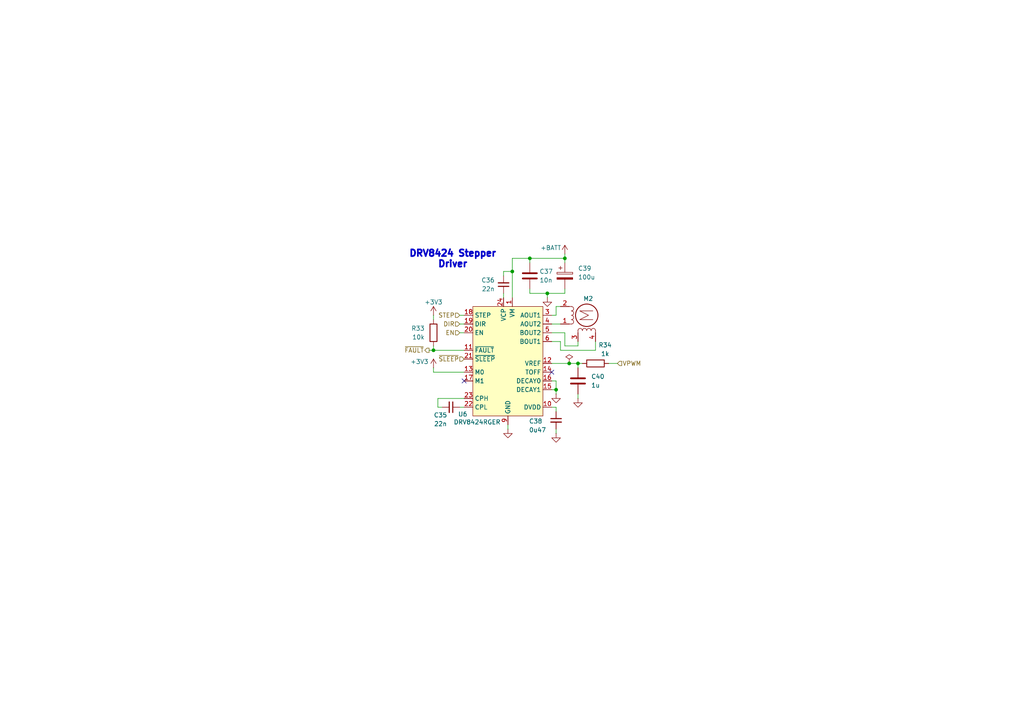
<source format=kicad_sch>
(kicad_sch (version 20250114) (generator "eeschema") (generator_version "9.0")
  (paper "A4")
  (lib_symbols
    (symbol "Device:C" (pin_numbers (hide yes)) (pin_names (offset 0.254))
      (property "Reference" "C" (at 0.635 2.54 0))
      (property "Value" "C" (at 0.635 -2.54 0))
      (symbol "C_0_1"
        (polyline (pts (xy -2.032 0.762) (xy 2.032 0.762)) (stroke (width 0.508)))
        (polyline (pts (xy -2.032 -0.762) (xy 2.032 -0.762)) (stroke (width 0.508)))
      )
      (symbol "C_1_1"
        (pin passive line (at 0 3.81 270) (length 2.794) (name "~") (number "1"))
        (pin passive line (at 0 -3.81 90) (length 2.794) (name "~") (number "2"))
      )
    )
    (symbol "Device:C_Polarized" (pin_numbers (hide yes)) (pin_names (offset 0.254))
      (property "Reference" "C" (at 0.635 2.54 0))
      (property "Value" "C_Polarized" (at 0.635 -2.54 0))
      (symbol "C_Polarized_0_1"
        (rectangle (start -2.286 0.508) (end 2.286 1.016))
        (polyline (pts (xy -1.778 2.286) (xy -0.762 2.286)))
        (polyline (pts (xy -1.27 2.794) (xy -1.27 1.778)))
        (rectangle (start 2.286 -0.508) (end -2.286 -1.016) (fill (type outline)))
      )
      (symbol "C_Polarized_1_1"
        (pin passive line (at 0 3.81 270) (length 2.794) (name "~") (number "1"))
        (pin passive line (at 0 -3.81 90) (length 2.794) (name "~") (number "2"))
      )
    )
    (symbol "Device:C_Small" (pin_numbers (hide yes)) (pin_names (offset 0.254) (hide yes))
      (property "Reference" "C" (at 0.254 1.778 0))
      (property "Value" "C_Small" (at 0.254 -2.032 0))
      (symbol "C_Small_0_1"
        (polyline (pts (xy -1.524 0.508) (xy 1.524 0.508)) (stroke (width 0.3048)))
        (polyline (pts (xy -1.524 -0.508) (xy 1.524 -0.508)) (stroke (width 0.3302)))
      )
      (symbol "C_Small_1_1"
        (pin passive line (at 0 2.54 270) (length 2.032) (name "~") (number "1"))
        (pin passive line (at 0 -2.54 90) (length 2.032) (name "~") (number "2"))
      )
    )
    (symbol "Device:R" (pin_numbers (hide yes)) (pin_names (offset 0))
      (property "Reference" "R" (at 2.032 0 90))
      (property "Value" "R" (at 0 0 90))
      (symbol "R_0_1"
        (rectangle (start -1.016 -2.54) (end 1.016 2.54) (stroke (width 0.254)))
      )
      (symbol "R_1_1"
        (pin passive line (at 0 3.81 270) (length 1.27) (name "~") (number "1"))
        (pin passive line (at 0 -3.81 90) (length 1.27) (name "~") (number "2"))
      )
    )
    (symbol "GLCS:DRV8424RGER"
      (property "Reference" "U" (at 8.89 -14.986 0))
      (property "Value" "DRV8424RGER" (at -10.668 -15.24 0))
      (symbol "DRV8424RGER_0_0"
        (pin input line (at -12.7 16.51 0) (length 2.54) (name "STEP") (number "18"))
        (pin input line (at -12.7 13.97 0) (length 2.54) (name "DIR") (number "19"))
        (pin input line (at -12.7 11.43 0) (length 2.54) (name "EN") (number "20"))
        (pin open_collector line (at -12.7 6.35 0) (length 2.54) (name "~{FAULT}") (number "11"))
        (pin input line (at -12.7 3.81 0) (length 2.54) (name "~{SLEEP}") (number "21"))
        (pin input line (at -12.7 0 0) (length 2.54) (name "M0") (number "13"))
        (pin input line (at -12.7 -2.54 0) (length 2.54) (name "M1") (number "17"))
        (pin power_out line (at -12.7 -7.62 0) (length 2.54) (name "CPH") (number "23"))
        (pin power_out line (at -12.7 -10.16 0) (length 2.54) (name "CPL") (number "22"))
        (pin power_out line (at -1.27 21.59 270) (length 2.54) (name "VCP") (number "24"))
        (pin power_in line (at 0 -15.24 90) (length 2.54) (hide yes) (name "PGND") (number "2"))
        (pin power_in line (at 0 -15.24 90) (length 2.54) (hide yes) (name "GND") (number "25"))
        (pin power_in line (at 0 -15.24 90) (length 2.54) (hide yes) (name "PGND") (number "7"))
        (pin power_in line (at 0 -15.24 90) (length 2.54) (name "GND") (number "9"))
        (pin power_in line (at 1.27 21.59 270) (length 2.54) (name "VM") (number "1"))
        (pin power_in line (at 1.27 21.59 270) (length 2.54) (hide yes) (name "VM") (number "8"))
        (pin output line (at 12.7 16.51 180) (length 2.54) (name "AOUT1") (number "3"))
        (pin output line (at 12.7 13.97 180) (length 2.54) (name "AOUT2") (number "4"))
        (pin output line (at 12.7 11.43 180) (length 2.54) (name "BOUT2") (number "5"))
        (pin output line (at 12.7 8.89 180) (length 2.54) (name "BOUT1") (number "6"))
        (pin power_in line (at 12.7 2.54 180) (length 2.54) (name "VREF") (number "12"))
        (pin input line (at 12.7 0 180) (length 2.54) (name "TOFF") (number "14"))
        (pin input line (at 12.7 -2.54 180) (length 2.54) (name "DECAY0") (number "16"))
        (pin input line (at 12.7 -5.08 180) (length 2.54) (name "DECAY1") (number "15"))
        (pin power_out line (at 12.7 -10.16 180) (length 2.54) (name "DVDD") (number "10"))
      )
      (symbol "DRV8424RGER_1_1"
        (rectangle (start -10.16 19.05) (end 10.16 -12.7) (fill (type background)))
      )
    )
    (symbol "Motor:Stepper_Motor_bipolar" (pin_names (offset 0) (hide yes))
      (property "Reference" "M" (at 3.81 2.54 0))
      (property "Value" "Stepper_Motor_bipolar" (at 3.81 1.27 0))
      (symbol "Stepper_Motor_bipolar_0_0"
        (polyline (pts (xy -1.27 -1.778) (xy -1.27 2.032) (xy 0 -0.508) (xy 1.27 2.032) (xy 1.27 -1.778)))
      )
      (symbol "Stepper_Motor_bipolar_0_1"
        (polyline (pts (xy -5.08 2.54) (xy -4.445 2.54)))
        (polyline (pts (xy -5.08 -2.54) (xy -4.445 -2.54)))
        (arc (start -4.445 2.54) (mid -3.8127 1.905) (end -4.445 1.27))
        (arc (start -4.445 1.27) (mid -3.8127 0.635) (end -4.445 0))
        (arc (start -4.445 0) (mid -3.8127 -0.635) (end -4.445 -1.27))
        (arc (start -4.445 -1.27) (mid -3.8127 -1.905) (end -4.445 -2.54))
        (polyline (pts (xy -2.54 5.08) (xy -2.54 4.445)))
        (arc (start -1.27 4.445) (mid -1.905 3.8127) (end -2.54 4.445))
        (arc (start 0 4.445) (mid -0.635 3.8127) (end -1.27 4.445))
        (circle (center 0 0) (radius 3.2512) (stroke (width 0.254)))
        (arc (start 1.27 4.445) (mid 0.635 3.8127) (end 0 4.445))
        (arc (start 2.54 4.445) (mid 1.905 3.8127) (end 1.27 4.445))
        (polyline (pts (xy 2.54 5.08) (xy 2.54 4.445)))
      )
      (symbol "Stepper_Motor_bipolar_1_1"
        (pin passive line (at -7.62 2.54 0) (length 2.54) (name "~") (number "3"))
        (pin passive line (at -7.62 -2.54 0) (length 2.54) (name "~") (number "4"))
        (pin passive line (at -2.54 7.62 270) (length 2.54) (name "~") (number "1"))
        (pin passive line (at 2.54 7.62 270) (length 2.54) (name "-") (number "2"))
      )
    )
    (symbol "power:+3V3" (power) (pin_numbers (hide yes)) (pin_names (offset 0) (hide yes))
      (property "Value" "+3V3" (at 0 3.556 0))
      (symbol "+3V3_0_1"
        (polyline (pts (xy -0.762 1.27) (xy 0 2.54)))
        (polyline (pts (xy 0 2.54) (xy 0.762 1.27)))
        (polyline (pts (xy 0 0) (xy 0 2.54)))
      )
      (symbol "+3V3_1_1"
        (pin power_in line (at 0 0 90) (length 0) (name "~") (number "1"))
      )
    )
    (symbol "power:+BATT" (power) (pin_numbers (hide yes)) (pin_names (offset 0) (hide yes))
      (property "Value" "+BATT" (at 0 3.556 0))
      (symbol "+BATT_0_1"
        (polyline (pts (xy -0.762 1.27) (xy 0 2.54)))
        (polyline (pts (xy 0 2.54) (xy 0.762 1.27)))
        (polyline (pts (xy 0 0) (xy 0 2.54)))
      )
      (symbol "+BATT_1_1"
        (pin power_in line (at 0 0 90) (length 0) (name "~") (number "1"))
      )
    )
    (symbol "power:GND" (power) (pin_numbers (hide yes)) (pin_names (offset 0) (hide yes))
      (property "Value" "GND" (at 0 -3.81 0))
      (symbol "GND_0_1"
        (polyline (pts (xy 0 0) (xy 0 -1.27) (xy 1.27 -1.27) (xy 0 -2.54) (xy -1.27 -1.27) (xy 0 -1.27)))
      )
      (symbol "GND_1_1"
        (pin power_in line (at 0 0 270) (length 0) (name "~") (number "1"))
      )
    )
    (symbol "power:PWR_FLAG" (power) (pin_numbers (hide yes)) (pin_names (offset 0) (hide yes))
      (property "Value" "PWR_FLAG" (at 0 3.81 0))
      (symbol "PWR_FLAG_0_0"
        (pin power_out line (at 0 0 90) (length 0) (name "~") (number "1"))
      )
      (symbol "PWR_FLAG_0_1"
        (polyline (pts (xy 0 0) (xy 0 1.27) (xy -1.016 1.905) (xy 0 2.54) (xy 1.016 1.905) (xy 0 1.27)))
      )
    )
  )
  (text "DRV8424 Stepper\nDriver" (at 131.318 75.184 0) (effects (font (size 1.905 1.905) (thickness 0.508) (bold yes))))
  (junction (at 163.83 74.93))
  (junction (at 153.67 74.93))
  (junction (at 161.29 113.03))
  (junction (at 167.64 105.41))
  (junction (at 148.59 78.74))
  (junction (at 165.1 105.41))
  (junction (at 125.73 101.6))
  (junction (at 158.75 85.09))
  (no_connect (at 160.02 107.95))
  (no_connect (at 134.62 110.49))
  (wire (pts (xy 153.67 83.82) (xy 153.67 85.09)))
  (wire (pts (xy 134.62 101.6) (xy 125.73 101.6)))
  (wire (pts (xy 146.05 85.09) (xy 146.05 86.36)))
  (wire (pts (xy 127 118.11) (xy 128.27 118.11)))
  (wire (pts (xy 163.83 76.2) (xy 163.83 74.93)))
  (wire (pts (xy 124.46 101.6) (xy 125.73 101.6)))
  (wire (pts (xy 147.32 123.19) (xy 147.32 124.46)))
  (wire (pts (xy 161.29 88.9) (xy 161.29 91.44)))
  (wire (pts (xy 127 115.57) (xy 127 118.11)))
  (wire (pts (xy 161.29 114.3) (xy 161.29 113.03)))
  (wire (pts (xy 125.73 91.44) (xy 125.73 92.71)))
  (wire (pts (xy 167.64 105.41) (xy 168.91 105.41)))
  (wire (pts (xy 133.35 91.44) (xy 134.62 91.44)))
  (wire (pts (xy 163.83 96.52) (xy 160.02 96.52)))
  (wire (pts (xy 162.56 101.6) (xy 172.72 101.6)))
  (wire (pts (xy 167.64 100.33) (xy 163.83 100.33)))
  (wire (pts (xy 158.75 85.09) (xy 163.83 85.09)))
  (wire (pts (xy 148.59 78.74) (xy 148.59 74.93)))
  (wire (pts (xy 133.35 118.11) (xy 134.62 118.11)))
  (wire (pts (xy 134.62 107.95) (xy 125.73 107.95)))
  (wire (pts (xy 167.64 105.41) (xy 167.64 106.68)))
  (wire (pts (xy 163.83 73.66) (xy 163.83 74.93)))
  (wire (pts (xy 133.35 93.98) (xy 134.62 93.98)))
  (wire (pts (xy 161.29 110.49) (xy 161.29 113.03)))
  (wire (pts (xy 160.02 105.41) (xy 165.1 105.41)))
  (wire (pts (xy 133.35 96.52) (xy 134.62 96.52)))
  (wire (pts (xy 148.59 74.93) (xy 153.67 74.93)))
  (wire (pts (xy 163.83 100.33) (xy 163.83 96.52)))
  (wire (pts (xy 125.73 107.95) (xy 125.73 106.68)))
  (wire (pts (xy 160.02 99.06) (xy 162.56 99.06)))
  (wire (pts (xy 163.83 85.09) (xy 163.83 83.82)))
  (wire (pts (xy 162.56 99.06) (xy 162.56 101.6)))
  (wire (pts (xy 161.29 113.03) (xy 160.02 113.03)))
  (wire (pts (xy 146.05 80.01) (xy 146.05 78.74)))
  (wire (pts (xy 125.73 101.6) (xy 125.73 100.33)))
  (wire (pts (xy 161.29 91.44) (xy 160.02 91.44)))
  (wire (pts (xy 161.29 88.9) (xy 162.56 88.9)))
  (wire (pts (xy 134.62 115.57) (xy 127 115.57)))
  (wire (pts (xy 165.1 105.41) (xy 167.64 105.41)))
  (wire (pts (xy 161.29 119.38) (xy 161.29 118.11)))
  (wire (pts (xy 163.83 74.93) (xy 153.67 74.93)))
  (wire (pts (xy 161.29 118.11) (xy 160.02 118.11)))
  (wire (pts (xy 148.59 86.36) (xy 148.59 78.74)))
  (wire (pts (xy 172.72 101.6) (xy 172.72 99.06)))
  (wire (pts (xy 160.02 110.49) (xy 161.29 110.49)))
  (wire (pts (xy 176.53 105.41) (xy 179.07 105.41)))
  (wire (pts (xy 161.29 124.46) (xy 161.29 125.73)))
  (wire (pts (xy 158.75 85.09) (xy 158.75 86.36)))
  (wire (pts (xy 160.02 93.98) (xy 162.56 93.98)))
  (wire (pts (xy 153.67 85.09) (xy 158.75 85.09)))
  (wire (pts (xy 167.64 114.3) (xy 167.64 115.57)))
  (wire (pts (xy 167.64 99.06) (xy 167.64 100.33)))
  (wire (pts (xy 146.05 78.74) (xy 148.59 78.74)))
  (wire (pts (xy 153.67 74.93) (xy 153.67 76.2)))
  (hierarchical_label "~{SLEEP}" (shape input) (at 134.62 104.14 180))
  (hierarchical_label "DIR" (shape input) (at 133.35 93.98 180))
  (hierarchical_label "STEP" (shape input) (at 133.35 91.44 180))
  (hierarchical_label "~{FAULT}" (shape output) (at 124.46 101.6 180))
  (hierarchical_label "EN" (shape input) (at 133.35 96.52 180))
  (hierarchical_label "VPWM" (shape input) (at 179.07 105.41 0))
  (symbol (lib_id "power:GND") (at 167.64 115.57 0) (mirror y) (unit 1)
    (property "Reference" "#PWR049" (effects (hide yes)))
    (property "Value" "GND" (effects (hide yes)))
    (property "Description" "Power symbol creates a global label with name \"GND\" , ground" (effects (hide yes)))
    (instances (project "valrob-pami-cdf-1" (path "" (reference "#PWR077") (unit 1)) (path "" (reference "#PWR049") (unit 1))))
  )
  (symbol (lib_id "Device:C") (at 167.64 110.49 0) (mirror y) (unit 1)
    (property "Reference" "C33" (at 171.45 109.2199 0) (effects (justify right)))
    (property "Value" "1u" (at 171.45 111.7599 0) (effects (justify right)))
    (property "Footprint" "Capacitor_SMD:C_0402_1005Metric" (effects (hide yes)))
    (property "Description" "Unpolarized capacitor" (effects (hide yes)))
    (property "Basic" "Y" (effects (hide yes)))
    (property "JLCPCB Part #" "C52923" (effects (hide yes)))
    (property "Manufacturer" "Samsung Electro-Mechanics " (effects (hide yes)))
    (property "Manufacturer Part Number" "CL05A105KA5NQNC" (effects (hide yes)))
    (instances (project "valrob-pami-cdf-1" (path "" (reference "C40") (unit 1)) (path "" (reference "C33") (unit 1))))
  )
  (symbol (lib_id "power:GND") (at 161.29 114.3 0) (mirror y) (unit 1)
    (property "Reference" "#PWR066" (effects (hide yes)))
    (property "Value" "GND" (effects (hide yes)))
    (property "Description" "Power symbol creates a global label with name \"GND\" , ground" (effects (hide yes)))
    (instances (project "valrob-pami-cdf-1" (path "" (reference "#PWR074") (unit 1)) (path "" (reference "#PWR066") (unit 1))))
  )
  (symbol (lib_id "Device:C_Polarized") (at 163.83 80.01 0) (unit 1)
    (property "Reference" "C32" (at 167.64 77.8509 0) (effects (justify left)))
    (property "Value" "100u" (at 167.64 80.3909 0) (effects (justify left)))
    (property "Footprint" "Capacitor_SMD:CP_Elec_6.3x7.7" (effects (hide yes)))
    (property "Description" "Polarized capacitor" (effects (hide yes)))
    (property "Basic" "X" (effects (hide yes)))
    (property "JLCPCB Part #" "C165974" (effects (hide yes)))
    (property "Manufacturer" "PANASONIC" (effects (hide yes)))
    (property "Manufacturer Part Number" "EEEFTH101XAP" (effects (hide yes)))
    (instances (project "valrob-pami-cdf-1" (path "" (reference "C39") (unit 1)) (path "" (reference "C32") (unit 1))))
  )
  (symbol (lib_id "power:+3V3") (at 125.73 106.68 0) (unit 1)
    (property "Reference" "#PWR061" (effects (hide yes)))
    (property "Value" "+3V3" (at 121.666 104.902 0))
    (property "Description" "Power symbol creates a global label with name \"+3V3\"" (effects (hide yes)))
    (instances (project "valrob-pami-cdf-1" (path "" (reference "#PWR069") (unit 1)) (path "" (reference "#PWR061") (unit 1))))
  )
  (symbol (lib_id "Motor:Stepper_Motor_bipolar") (at 170.18 91.44 90) (unit 1) (in_bom no)
    (property "Reference" "M3" (at 169.164 86.614 90) (effects (justify right)))
    (property "Value" "Stepper_Motor_bipolar" (effects (hide yes)))
    (property "Footprint" "Connector_JST:JST_XH_B4B-XH-A_1x04_P2.50mm_Vertical" (effects (hide yes)))
    (property "Datasheet" "http://www.infineon.com/dgdl/Application-Note-TLE8110EE_driving_UniPolarStepperMotor_V1.1.pdf?fileId=db3a30431be39b97011be5d0aa0a00b0" (effects (hide yes)))
    (property "Description" "4-wire bipolar stepper motor" (effects (hide yes)))
    (instances (project "valrob-pami-cdf-1" (path "" (reference "M2") (unit 1)) (path "" (reference "M3") (unit 1))))
  )
  (symbol (lib_id "power:GND") (at 147.32 124.46 0) (unit 1)
    (property "Reference" "#PWR011" (effects (hide yes)))
    (property "Value" "GND" (effects (hide yes)))
    (property "Description" "Power symbol creates a global label with name \"GND\" , ground" (effects (hide yes)))
    (instances (project "valrob-pami-cdf-1" (path "" (reference "#PWR072") (unit 1)) (path "" (reference "#PWR011") (unit 1))))
  )
  (symbol (lib_id "power:+3V3") (at 125.73 91.44 0) (unit 1)
    (property "Reference" "#PWR01" (effects (hide yes)))
    (property "Value" "+3V3" (at 125.73 87.63 0))
    (property "Description" "Power symbol creates a global label with name \"+3V3\"" (effects (hide yes)))
    (instances (project "valrob-pami-cdf-1" (path "" (reference "#PWR067") (unit 1)) (path "" (reference "#PWR01") (unit 1))))
  )
  (symbol (lib_id "power:GND") (at 158.75 86.36 0) (unit 1)
    (property "Reference" "#PWR023" (effects (hide yes)))
    (property "Value" "GND" (effects (hide yes)))
    (property "Description" "Power symbol creates a global label with name \"GND\" , ground" (effects (hide yes)))
    (instances (project "valrob-pami-cdf-1" (path "" (reference "#PWR073") (unit 1)) (path "" (reference "#PWR023") (unit 1))))
  )
  (symbol (lib_id "Device:R") (at 125.73 96.52 0) (mirror x) (unit 1)
    (property "Reference" "R19" (at 123.19 95.2499 0) (effects (justify right)))
    (property "Value" "10k" (at 123.19 97.7899 0) (effects (justify right)))
    (property "Footprint" "Resistor_SMD:R_0402_1005Metric" (effects (hide yes)))
    (property "Description" "Resistor" (effects (hide yes)))
    (property "Basic" "Y" (effects (hide yes)))
    (property "JLCPCB Part #" "C25744" (effects (hide yes)))
    (property "Manufacturer" "Uniroyal Elec" (effects (hide yes)))
    (property "Manufacturer Part Number" "0402WGF1002TCE" (effects (hide yes)))
    (instances (project "valrob-pami-cdf-1" (path "" (reference "R33") (unit 1)) (path "" (reference "R19") (unit 1))))
  )
  (symbol (lib_id "power:PWR_FLAG") (at 165.1 105.41 0) (unit 1)
    (property "Reference" "#FLG07" (effects (hide yes)))
    (property "Value" "PWR_FLAG" (effects (hide yes)))
    (property "Description" "Special symbol for telling ERC where power comes from" (effects (hide yes)))
    (instances (project "valrob-pami-cdf-1" (path "" (reference "#FLG05") (unit 1)) (path "" (reference "#FLG07") (unit 1))))
  )
  (symbol (lib_id "Device:C_Small") (at 146.05 82.55 0) (mirror x) (unit 1)
    (property "Reference" "C29" (at 143.51 81.2735 0) (effects (justify right)))
    (property "Value" "22n" (at 143.51 83.8135 0) (effects (justify right)))
    (property "Footprint" "Capacitor_SMD:C_0402_1005Metric" (effects (hide yes)))
    (property "Description" "Unpolarized capacitor, small symbol" (effects (hide yes)))
    (property "Basic" "Y" (effects (hide yes)))
    (property "JLCPCB Part #" "C1532" (effects (hide yes)))
    (property "Manufacturer" "FH (Guangdong Fenghua Advanced Tech)" (effects (hide yes)))
    (property "Manufacturer Part Number" "0402B223K500NT" (effects (hide yes)))
    (instances (project "valrob-pami-cdf-1" (path "" (reference "C36") (unit 1)) (path "" (reference "C29") (unit 1))))
  )
  (symbol (lib_id "power:GND") (at 161.29 125.73 0) (unit 1)
    (property "Reference" "#PWR024" (effects (hide yes)))
    (property "Value" "GND" (effects (hide yes)))
    (property "Description" "Power symbol creates a global label with name \"GND\" , ground" (effects (hide yes)))
    (instances (project "valrob-pami-cdf-1" (path "" (reference "#PWR075") (unit 1)) (path "" (reference "#PWR024") (unit 1))))
  )
  (symbol (lib_id "Device:C") (at 153.67 80.01 0) (unit 1)
    (property "Reference" "C30" (at 156.464 78.74 0) (effects (justify left)))
    (property "Value" "10n" (at 156.464 81.28 0) (effects (justify left)))
    (property "Footprint" "Capacitor_SMD:C_0402_1005Metric" (effects (hide yes)))
    (property "Description" "Unpolarized capacitor" (effects (hide yes)))
    (property "Basic" "Y" (effects (hide yes)))
    (property "JLCPCB Part #" "C15195" (effects (hide yes)))
    (property "Manufacturer" "Samsung Electro-Mechanics " (effects (hide yes)))
    (property "Manufacturer Part Number" "CL05B103KB5NNNC" (effects (hide yes)))
    (instances (project "valrob-pami-cdf-1" (path "" (reference "C37") (unit 1)) (path "" (reference "C30") (unit 1))))
  )
  (symbol (lib_id "power:+BATT") (at 163.83 73.66 0) (mirror y) (unit 1)
    (property "Reference" "#PWR041" (effects (hide yes)))
    (property "Value" "+BATT" (at 159.766 71.882 0))
    (property "Description" "Power symbol creates a global label with name \"+BATT\"" (effects (hide yes)))
    (instances (project "valrob-pami-cdf-1" (path "" (reference "#PWR076") (unit 1)) (path "" (reference "#PWR041") (unit 1))))
  )
  (symbol (lib_id "Device:C_Small") (at 130.81 118.11 270) (unit 1)
    (property "Reference" "C28" (at 127.762 120.396 90))
    (property "Value" "22n" (at 127.762 122.936 90))
    (property "Footprint" "Capacitor_SMD:C_0402_1005Metric" (effects (hide yes)))
    (property "Description" "Unpolarized capacitor, small symbol" (effects (hide yes)))
    (property "Basic" "Y" (effects (hide yes)))
    (property "JLCPCB Part #" "C1532" (effects (hide yes)))
    (property "Manufacturer" "FH (Guangdong Fenghua Advanced Tech)" (effects (hide yes)))
    (property "Manufacturer Part Number" "0402B223K500NT" (effects (hide yes)))
    (instances (project "valrob-pami-cdf-1" (path "" (reference "C35") (unit 1)) (path "" (reference "C28") (unit 1))))
  )
  (symbol (lib_id "Device:C_Small") (at 161.29 121.92 0) (unit 1)
    (property "Reference" "C31" (at 153.416 122.174 0) (effects (justify left)))
    (property "Value" "0u47" (at 153.416 124.714 0) (effects (justify left)))
    (property "Footprint" "Capacitor_SMD:C_0603_1608Metric" (effects (hide yes)))
    (property "Description" "Unpolarized capacitor, small symbol" (effects (hide yes)))
    (property "Basic" "Y" (effects (hide yes)))
    (property "JLCPCB Part #" "C1623" (effects (hide yes)))
    (property "Manufacturer" "Samsung Electro-Mechanics " (effects (hide yes)))
    (property "Manufacturer Part Number" "CL10B474KA8NNNC" (effects (hide yes)))
    (instances (project "valrob-pami-cdf-1" (path "" (reference "C38") (unit 1)) (path "" (reference "C31") (unit 1))))
  )
  (symbol (lib_id "GLCS:DRV8424RGER") (at 147.32 107.95 0) (unit 1)
    (property "Reference" "U2" (at 132.842 120.142 0) (effects (justify left)))
    (property "Value" "DRV8424RGER" (at 131.572 122.428 0) (effects (justify left)))
    (property "Footprint" "GLCS:Texas_RGE0024B_VQFN-24-1EP_4x4mm_P0.5mm_EP2.5x2.5mm_ThermalVias" (effects (hide yes)))
    (property "Datasheet" "https://www.ti.com/lit/ds/symlink/drv8425.pdf" (effects (hide yes)))
    (property "Description" "35-V, 2.5-A bipolar stepper driver with integrated current sensing & 1/256 microstepping" (effects (hide yes)))
    (property "Basic" "X" (effects (hide yes)))
    (property "JLCPCB Part #" "C1518725" (effects (hide yes)))
    (property "Manufacturer" "Texas Instruments" (effects (hide yes)))
    (property "Manufacturer Part Number" "DRV8424RGER" (effects (hide yes)))
    (instances (project "valrob-pami-cdf-1" (path "" (reference "U6") (unit 1)) (path "" (reference "U2") (unit 1))))
  )
  (symbol (lib_id "Device:R") (at 172.72 105.41 90) (unit 1)
    (property "Reference" "R27" (at 175.514 100.076 90))
    (property "Value" "1k" (at 175.514 102.616 90))
    (property "Footprint" "Resistor_SMD:R_0402_1005Metric" (effects (hide yes)))
    (property "Description" "Resistor" (effects (hide yes)))
    (property "Basic" "Y" (effects (hide yes)))
    (property "JLCPCB Part #" "C11702" (effects (hide yes)))
    (property "Manufacturer" "Uniroyal Elec" (effects (hide yes)))
    (property "Manufacturer Part Number" "0402WGF1001TCE" (effects (hide yes)))
    (instances (project "valrob-pami-cdf-1" (path "" (reference "R34") (unit 1)) (path "" (reference "R27") (unit 1))))
  )
)
</source>
